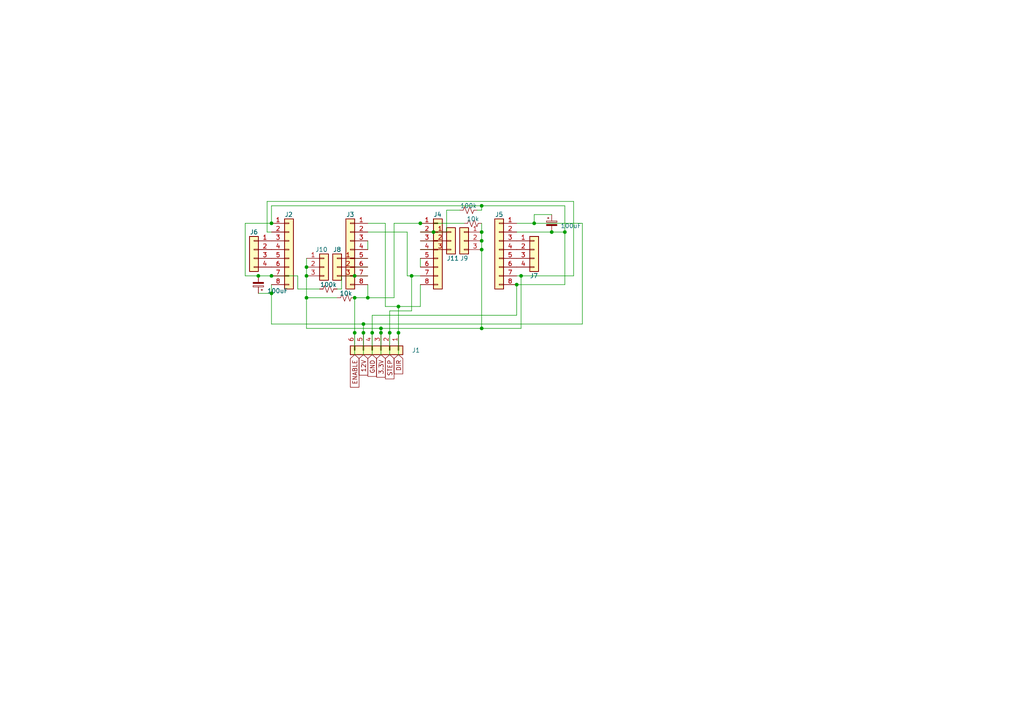
<source format=kicad_sch>
(kicad_sch (version 20211123) (generator eeschema)
  (paper "A4")
  (lib_symbols
    (symbol "Connector_Generic:Conn_01x03" (pin_names (offset 1.016) hide)
      (property "Reference" "J" (at 0 5.08 0))
      (property "Value" "Conn_01x03" (at 0 -5.08 0))
      (symbol "Conn_01x03_1_1"
        (rectangle (start -1.27 -2.413) (end 0 -2.667) (stroke (width 0.1524)))
        (rectangle (start -1.27 0.127) (end 0 -0.127) (stroke (width 0.1524)))
        (rectangle (start -1.27 2.667) (end 0 2.413) (stroke (width 0.1524)))
        (rectangle (start -1.27 3.81) (end 1.27 -3.81) (stroke (width 0.254)) (fill (type background)))
        (pin passive line (at -5.08 2.54 0) (length 3.81) (name "Pin_1") (number "1"))
        (pin passive line (at -5.08 0 0) (length 3.81) (name "Pin_2") (number "2"))
        (pin passive line (at -5.08 -2.54 0) (length 3.81) (name "Pin_3") (number "3"))
      )
    )
    (symbol "Connector_Generic:Conn_01x04" (pin_names (offset 1.016) hide)
      (property "Reference" "J" (at 0 5.08 0))
      (property "Value" "Conn_01x04" (at 0 -7.62 0))
      (symbol "Conn_01x04_1_1"
        (rectangle (start -1.27 -4.953) (end 0 -5.207) (stroke (width 0.1524)))
        (rectangle (start -1.27 -2.413) (end 0 -2.667) (stroke (width 0.1524)))
        (rectangle (start -1.27 0.127) (end 0 -0.127) (stroke (width 0.1524)))
        (rectangle (start -1.27 2.667) (end 0 2.413) (stroke (width 0.1524)))
        (rectangle (start -1.27 3.81) (end 1.27 -6.35) (stroke (width 0.254)) (fill (type background)))
        (pin passive line (at -5.08 2.54 0) (length 3.81) (name "Pin_1") (number "1"))
        (pin passive line (at -5.08 0 0) (length 3.81) (name "Pin_2") (number "2"))
        (pin passive line (at -5.08 -2.54 0) (length 3.81) (name "Pin_3") (number "3"))
        (pin passive line (at -5.08 -5.08 0) (length 3.81) (name "Pin_4") (number "4"))
      )
    )
    (symbol "Connector_Generic:Conn_01x06" (pin_names (offset 1.016) hide)
      (property "Reference" "J" (at 0 7.62 0))
      (property "Value" "Conn_01x06" (at 0 -10.16 0))
      (symbol "Conn_01x06_1_1"
        (rectangle (start -1.27 -7.493) (end 0 -7.747) (stroke (width 0.1524)))
        (rectangle (start -1.27 -4.953) (end 0 -5.207) (stroke (width 0.1524)))
        (rectangle (start -1.27 -2.413) (end 0 -2.667) (stroke (width 0.1524)))
        (rectangle (start -1.27 0.127) (end 0 -0.127) (stroke (width 0.1524)))
        (rectangle (start -1.27 2.667) (end 0 2.413) (stroke (width 0.1524)))
        (rectangle (start -1.27 5.207) (end 0 4.953) (stroke (width 0.1524)))
        (rectangle (start -1.27 6.35) (end 1.27 -8.89) (stroke (width 0.254)) (fill (type background)))
        (pin passive line (at -5.08 5.08 0) (length 3.81) (name "Pin_1") (number "1"))
        (pin passive line (at -5.08 2.54 0) (length 3.81) (name "Pin_2") (number "2"))
        (pin passive line (at -5.08 0 0) (length 3.81) (name "Pin_3") (number "3"))
        (pin passive line (at -5.08 -2.54 0) (length 3.81) (name "Pin_4") (number "4"))
        (pin passive line (at -5.08 -5.08 0) (length 3.81) (name "Pin_5") (number "5"))
        (pin passive line (at -5.08 -7.62 0) (length 3.81) (name "Pin_6") (number "6"))
      )
    )
    (symbol "Connector_Generic:Conn_01x08" (pin_names (offset 1.016) hide)
      (property "Reference" "J" (at 0 10.16 0))
      (property "Value" "Conn_01x08" (at 0 -12.7 0))
      (symbol "Conn_01x08_1_1"
        (rectangle (start -1.27 -10.033) (end 0 -10.287) (stroke (width 0.1524)))
        (rectangle (start -1.27 -7.493) (end 0 -7.747) (stroke (width 0.1524)))
        (rectangle (start -1.27 -4.953) (end 0 -5.207) (stroke (width 0.1524)))
        (rectangle (start -1.27 -2.413) (end 0 -2.667) (stroke (width 0.1524)))
        (rectangle (start -1.27 0.127) (end 0 -0.127) (stroke (width 0.1524)))
        (rectangle (start -1.27 2.667) (end 0 2.413) (stroke (width 0.1524)))
        (rectangle (start -1.27 5.207) (end 0 4.953) (stroke (width 0.1524)))
        (rectangle (start -1.27 7.747) (end 0 7.493) (stroke (width 0.1524)))
        (rectangle (start -1.27 8.89) (end 1.27 -11.43) (stroke (width 0.254)) (fill (type background)))
        (pin passive line (at -5.08 7.62 0) (length 3.81) (name "Pin_1") (number "1"))
        (pin passive line (at -5.08 5.08 0) (length 3.81) (name "Pin_2") (number "2"))
        (pin passive line (at -5.08 2.54 0) (length 3.81) (name "Pin_3") (number "3"))
        (pin passive line (at -5.08 0 0) (length 3.81) (name "Pin_4") (number "4"))
        (pin passive line (at -5.08 -2.54 0) (length 3.81) (name "Pin_5") (number "5"))
        (pin passive line (at -5.08 -5.08 0) (length 3.81) (name "Pin_6") (number "6"))
        (pin passive line (at -5.08 -7.62 0) (length 3.81) (name "Pin_7") (number "7"))
        (pin passive line (at -5.08 -10.16 0) (length 3.81) (name "Pin_8") (number "8"))
      )
    )
    (symbol "Device:C_Polarized_Small" (pin_numbers hide) (pin_names (offset 0.254) hide)
      (property "Reference" "C" (at 0.254 1.778 0))
      (property "Value" "C_Polarized_Small" (at 0.254 -2.032 0))
      (symbol "C_Polarized_Small_0_1"
        (rectangle (start -1.524 -0.3048) (end 1.524 -0.6858) (fill (type outline)))
        (rectangle (start -1.524 0.6858) (end 1.524 0.3048))
        (polyline (pts (xy -1.27 1.524) (xy -0.762 1.524)))
        (polyline (pts (xy -1.016 1.27) (xy -1.016 1.778)))
      )
      (symbol "C_Polarized_Small_1_1"
        (pin passive line (at 0 2.54 270) (length 1.8542) (name "~") (number "1"))
        (pin passive line (at 0 -2.54 90) (length 1.8542) (name "~") (number "2"))
      )
    )
    (symbol "Device:R_Small_US" (pin_numbers hide) (pin_names (offset 0.254) hide)
      (property "Reference" "R" (at 0.762 0.508 0))
      (property "Value" "R_Small_US" (at 0.762 -1.016 0))
      (symbol "R_Small_US_1_1"
        (polyline (pts (xy 0 0) (xy 1.016 -0.381) (xy 0 -0.762) (xy -1.016 -1.143) (xy 0 -1.524)))
        (polyline (pts (xy 0 1.524) (xy 1.016 1.143) (xy 0 0.762) (xy -1.016 0.381) (xy 0 0)))
        (pin passive line (at 0 2.54 270) (length 1.016) (name "~") (number "1"))
        (pin passive line (at 0 -2.54 90) (length 1.016) (name "~") (number "2"))
      )
    )
  )
  (junction (at 139.7 72.39))
  (junction (at 160.02 67.31))
  (junction (at 139.7 69.85))
  (junction (at 110.49 96.52))
  (junction (at 102.87 96.52))
  (junction (at 154.94 64.77))
  (junction (at 74.93 80.01))
  (junction (at 88.9 86.36))
  (junction (at 105.41 93.98))
  (junction (at 102.87 86.36))
  (junction (at 139.7 67.31))
  (junction (at 139.7 95.25))
  (junction (at 107.95 96.52))
  (junction (at 139.7 59.69))
  (junction (at 88.9 77.47))
  (junction (at 125.73 67.31))
  (junction (at 105.41 96.52))
  (junction (at 163.83 67.31))
  (junction (at 88.9 80.01))
  (junction (at 106.68 86.36))
  (junction (at 102.87 80.01))
  (junction (at 149.86 82.55))
  (junction (at 115.57 88.9))
  (junction (at 115.57 96.52))
  (junction (at 78.74 80.01))
  (junction (at 78.74 64.77))
  (junction (at 151.13 80.01))
  (junction (at 113.03 96.52))
  (junction (at 78.74 85.09))
  (junction (at 110.49 95.25))
  (junction (at 119.38 80.01))
  (junction (at 121.92 64.77))
  (wire (pts (xy 149.86 67.31) (xy 160.02 67.31)))
  (wire (pts (xy 78.74 93.98) (xy 105.41 93.98)))
  (wire (pts (xy 166.37 58.42) (xy 166.37 80.01)))
  (wire (pts (xy 149.86 64.77) (xy 154.94 64.77)))
  (wire (pts (xy 102.87 74.93) (xy 106.68 74.93)))
  (wire (pts (xy 97.79 83.82) (xy 99.06 83.82)))
  (wire (pts (xy 114.3 86.36) (xy 106.68 86.36)))
  (wire (pts (xy 163.83 82.55) (xy 149.86 82.55)))
  (wire (pts (xy 160.02 62.23) (xy 154.94 62.23)))
  (wire (pts (xy 110.49 96.52) (xy 110.49 102.87)))
  (wire (pts (xy 118.11 67.31) (xy 118.11 80.01)))
  (wire (pts (xy 105.41 93.98) (xy 168.91 93.98)))
  (wire (pts (xy 88.9 86.36) (xy 97.79 86.36)))
  (wire (pts (xy 102.87 96.52) (xy 102.87 102.87)))
  (wire (pts (xy 129.54 60.96) (xy 129.54 67.31)))
  (wire (pts (xy 114.3 64.77) (xy 114.3 86.36)))
  (wire (pts (xy 113.03 96.52) (xy 113.03 90.17)))
  (wire (pts (xy 163.83 59.69) (xy 163.83 67.31)))
  (wire (pts (xy 77.47 58.42) (xy 166.37 58.42)))
  (wire (pts (xy 78.74 85.09) (xy 78.74 93.98)))
  (wire (pts (xy 121.92 67.31) (xy 125.73 67.31)))
  (wire (pts (xy 119.38 90.17) (xy 119.38 80.01)))
  (wire (pts (xy 121.92 88.9) (xy 121.92 82.55)))
  (wire (pts (xy 139.7 69.85) (xy 139.7 72.39)))
  (wire (pts (xy 166.37 80.01) (xy 151.13 80.01)))
  (wire (pts (xy 78.74 80.01) (xy 74.93 80.01)))
  (wire (pts (xy 113.03 96.52) (xy 113.03 102.87)))
  (wire (pts (xy 88.9 80.01) (xy 88.9 86.36)))
  (wire (pts (xy 121.92 64.77) (xy 134.62 64.77)))
  (wire (pts (xy 78.74 82.55) (xy 78.74 85.09)))
  (wire (pts (xy 119.38 80.01) (xy 121.92 80.01)))
  (wire (pts (xy 163.83 67.31) (xy 163.83 82.55)))
  (wire (pts (xy 110.49 95.25) (xy 139.7 95.25)))
  (wire (pts (xy 160.02 67.31) (xy 163.83 67.31)))
  (wire (pts (xy 74.93 80.01) (xy 71.12 80.01)))
  (wire (pts (xy 106.68 69.85) (xy 106.68 72.39)))
  (wire (pts (xy 139.7 72.39) (xy 139.7 95.25)))
  (wire (pts (xy 121.92 72.39) (xy 125.73 72.39)))
  (wire (pts (xy 88.9 86.36) (xy 88.9 95.25)))
  (wire (pts (xy 106.68 64.77) (xy 111.76 64.77)))
  (wire (pts (xy 133.35 60.96) (xy 129.54 60.96)))
  (wire (pts (xy 121.92 69.85) (xy 125.73 69.85)))
  (wire (pts (xy 99.06 80.01) (xy 102.87 80.01)))
  (wire (pts (xy 138.43 60.96) (xy 139.7 60.96)))
  (wire (pts (xy 107.95 96.52) (xy 107.95 91.44)))
  (wire (pts (xy 88.9 74.93) (xy 88.9 77.47)))
  (wire (pts (xy 115.57 96.52) (xy 115.57 102.87)))
  (wire (pts (xy 86.36 80.01) (xy 78.74 80.01)))
  (wire (pts (xy 71.12 80.01) (xy 71.12 64.77)))
  (wire (pts (xy 107.95 96.52) (xy 107.95 102.87)))
  (wire (pts (xy 105.41 96.52) (xy 105.41 93.98)))
  (wire (pts (xy 111.76 88.9) (xy 115.57 88.9)))
  (wire (pts (xy 102.87 96.52) (xy 102.87 86.36)))
  (wire (pts (xy 149.86 91.44) (xy 149.86 82.55)))
  (wire (pts (xy 121.92 74.93) (xy 121.92 77.47)))
  (wire (pts (xy 154.94 64.77) (xy 168.91 64.77)))
  (wire (pts (xy 71.12 64.77) (xy 78.74 64.77)))
  (wire (pts (xy 102.87 77.47) (xy 106.68 77.47)))
  (wire (pts (xy 139.7 64.77) (xy 139.7 67.31)))
  (wire (pts (xy 121.92 64.77) (xy 114.3 64.77)))
  (wire (pts (xy 113.03 90.17) (xy 119.38 90.17)))
  (wire (pts (xy 106.68 82.55) (xy 106.68 86.36)))
  (wire (pts (xy 139.7 67.31) (xy 139.7 69.85)))
  (wire (pts (xy 78.74 64.77) (xy 78.74 59.69)))
  (wire (pts (xy 92.71 83.82) (xy 86.36 83.82)))
  (wire (pts (xy 151.13 80.01) (xy 149.86 80.01)))
  (wire (pts (xy 88.9 95.25) (xy 110.49 95.25)))
  (wire (pts (xy 168.91 93.98) (xy 168.91 64.77)))
  (wire (pts (xy 86.36 83.82) (xy 86.36 80.01)))
  (wire (pts (xy 78.74 67.31) (xy 77.47 67.31)))
  (wire (pts (xy 102.87 80.01) (xy 106.68 80.01)))
  (wire (pts (xy 77.47 67.31) (xy 77.47 58.42)))
  (wire (pts (xy 105.41 96.52) (xy 105.41 102.87)))
  (wire (pts (xy 102.87 86.36) (xy 106.68 86.36)))
  (wire (pts (xy 88.9 77.47) (xy 88.9 80.01)))
  (wire (pts (xy 110.49 96.52) (xy 110.49 95.25)))
  (wire (pts (xy 151.13 95.25) (xy 151.13 80.01)))
  (wire (pts (xy 139.7 59.69) (xy 163.83 59.69)))
  (wire (pts (xy 154.94 62.23) (xy 154.94 64.77)))
  (wire (pts (xy 118.11 80.01) (xy 119.38 80.01)))
  (wire (pts (xy 125.73 67.31) (xy 129.54 67.31)))
  (wire (pts (xy 139.7 95.25) (xy 151.13 95.25)))
  (wire (pts (xy 111.76 64.77) (xy 111.76 88.9)))
  (wire (pts (xy 74.93 85.09) (xy 78.74 85.09)))
  (wire (pts (xy 107.95 91.44) (xy 149.86 91.44)))
  (wire (pts (xy 115.57 96.52) (xy 115.57 88.9)))
  (wire (pts (xy 78.74 59.69) (xy 139.7 59.69)))
  (wire (pts (xy 115.57 88.9) (xy 121.92 88.9)))
  (wire (pts (xy 99.06 83.82) (xy 99.06 80.01)))
  (wire (pts (xy 106.68 67.31) (xy 118.11 67.31)))
  (wire (pts (xy 139.7 60.96) (xy 139.7 59.69)))
  (global_label "GND" (shape input) (at 107.95 102.87 270) (property "Intersheet References" "${INTERSHEET_REFS}" (effects hide)))
  (global_label "STEP" (shape input) (at 113.03 102.87 270) (property "Intersheet References" "${INTERSHEET_REFS}" (effects hide)))
  (global_label "ENABLE" (shape input) (at 102.87 102.87 270) (property "Intersheet References" "${INTERSHEET_REFS}" (effects hide)))
  (global_label "DIR" (shape input) (at 115.57 102.87 270) (property "Intersheet References" "${INTERSHEET_REFS}" (effects hide)))
  (global_label "12V" (shape input) (at 105.41 102.87 270) (property "Intersheet References" "${INTERSHEET_REFS}" (effects hide)))
  (global_label "3.3V" (shape input) (at 110.49 102.87 270) (property "Intersheet References" "${INTERSHEET_REFS}" (effects hide)))
  (symbol (lib_id "Device:R_Small_US") (at 100.33 86.36 270) (unit 1)
    (property "Reference" "R2" (effects hide))
    (property "Value" "10k" (at 100.33 85.09 90))
    (property "Footprint" "Resistor_THT:R_Axial_DIN0204_L3.6mm_D1.6mm_P7.62mm_Horizontal" (effects hide))
  )
  (symbol (lib_id "Device:R_Small_US") (at 95.25 83.82 270) (unit 1)
    (property "Reference" "R1" (effects hide))
    (property "Value" "100k" (at 95.25 82.55 90))
    (property "Footprint" "Resistor_THT:R_Axial_DIN0204_L3.6mm_D1.6mm_P7.62mm_Horizontal" (effects hide))
  )
  (symbol (lib_id "Connector_Generic:Conn_01x08") (at 101.6 72.39 0) (mirror y) (unit 1)
    (property "Reference" "J3" (at 101.6 62.23 0))
    (property "Value" "Conn_01x08" (effects hide))
    (property "Footprint" "Connector_PinSocket_2.54mm:PinSocket_1x08_P2.54mm_Vertical" (effects hide))
  )
  (symbol (lib_id "Connector_Generic:Conn_01x06") (at 110.49 101.6 270) (unit 1)
    (property "Reference" "J1" (at 120.65 101.6 90))
    (property "Value" "Conn_01x06" (effects hide))
    (property "Footprint" "Connector_PinSocket_2.54mm:PinSocket_1x06_P2.54mm_Vertical" (effects hide))
  )
  (symbol (lib_id "Connector_Generic:Conn_01x08") (at 144.78 72.39 0) (mirror y) (unit 1)
    (property "Reference" "J5" (at 144.78 62.23 0))
    (property "Value" "Conn_01x08" (effects hide))
    (property "Footprint" "Connector_PinSocket_2.54mm:PinSocket_1x08_P2.54mm_Vertical" (effects hide))
  )
  (symbol (lib_id "Connector_Generic:Conn_01x03") (at 130.81 69.85 0) (unit 1)
    (property "Reference" "J11" (at 129.54 74.93 0) (effects (justify left)))
    (property "Value" "Conn_01x03" (effects hide))
    (property "Footprint" "Connector_PinHeader_2.54mm:PinHeader_1x03_P2.54mm_Vertical" (effects hide))
  )
  (symbol (lib_id "Connector_Generic:Conn_01x08") (at 83.82 72.39 0) (unit 1)
    (property "Reference" "J2" (at 82.55 62.23 0) (effects (justify left)))
    (property "Value" "Conn_01x08" (effects hide))
    (property "Footprint" "Connector_PinSocket_2.54mm:PinSocket_1x08_P2.54mm_Vertical" (effects hide))
  )
  (symbol (lib_id "Connector_Generic:Conn_01x03") (at 134.62 69.85 0) (mirror y) (unit 1)
    (property "Reference" "J9" (at 134.62 74.93 0))
    (property "Value" "Conn_01x03" (effects hide))
    (property "Footprint" "Connector_PinHeader_2.54mm:PinHeader_1x03_P2.54mm_Vertical" (effects hide))
  )
  (symbol (lib_id "Connector_Generic:Conn_01x03") (at 97.79 77.47 0) (mirror y) (unit 1)
    (property "Reference" "J8" (at 97.79 72.39 0))
    (property "Value" "Conn_01x03" (effects hide))
    (property "Footprint" "Connector_PinHeader_2.54mm:PinHeader_1x03_P2.54mm_Vertical" (effects hide))
  )
  (symbol (lib_id "Connector_Generic:Conn_01x08") (at 127 72.39 0) (unit 1)
    (property "Reference" "J4" (at 125.73 62.23 0) (effects (justify left)))
    (property "Value" "Conn_01x08" (effects hide))
    (property "Footprint" "Connector_PinSocket_2.54mm:PinSocket_1x08_P2.54mm_Vertical" (effects hide))
  )
  (symbol (lib_id "Connector_Generic:Conn_01x04") (at 73.66 72.39 0) (mirror y) (unit 1)
    (property "Reference" "J6" (at 73.66 67.31 0))
    (property "Value" "Conn_01x04" (effects hide))
    (property "Footprint" "Connector_PinHeader_2.54mm:PinHeader_1x04_P2.54mm_Vertical" (effects hide))
  )
  (symbol (lib_id "Device:R_Small_US") (at 135.89 60.96 270) (unit 1)
    (property "Reference" "R3" (effects hide))
    (property "Value" "100k" (at 135.89 59.69 90))
    (property "Footprint" "Resistor_THT:R_Axial_DIN0204_L3.6mm_D1.6mm_P7.62mm_Horizontal" (effects hide))
  )
  (symbol (lib_id "Device:C_Polarized_Small") (at 160.02 64.77 0) (unit 1)
    (property "Reference" "C2" (effects hide))
    (property "Value" "100uF" (at 162.56 65.4938 0) (effects (justify left)))
    (property "Footprint" "Capacitor_THT:CP_Radial_D5.0mm_P2.50mm" (effects hide))
  )
  (symbol (lib_id "Device:R_Small_US") (at 137.16 64.77 270) (unit 1)
    (property "Reference" "R4" (effects hide))
    (property "Value" "10k" (at 137.16 63.5 90))
    (property "Footprint" "Resistor_THT:R_Axial_DIN0204_L3.6mm_D1.6mm_P7.62mm_Horizontal" (effects hide))
  )
  (symbol (lib_id "Connector_Generic:Conn_01x04") (at 154.94 72.39 0) (unit 1)
    (property "Reference" "J7" (at 153.67 80.01 0) (effects (justify left)))
    (property "Value" "Conn_01x04" (effects hide))
    (property "Footprint" "Connector_PinHeader_2.54mm:PinHeader_1x04_P2.54mm_Vertical" (effects hide))
  )
  (symbol (lib_id "Device:C_Polarized_Small") (at 74.93 82.55 180) (unit 1)
    (property "Reference" "C1" (effects hide))
    (property "Value" "100uF" (at 77.47 84.366 0) (effects (justify right)))
    (property "Footprint" "Capacitor_THT:CP_Radial_D5.0mm_P2.50mm" (effects hide))
  )
  (symbol (lib_id "Connector_Generic:Conn_01x03") (at 93.98 77.47 0) (unit 1)
    (property "Reference" "J10" (at 91.44 72.39 0) (effects (justify left)))
    (property "Value" "Conn_01x03" (effects hide))
    (property "Footprint" "Connector_PinHeader_2.54mm:PinHeader_1x03_P2.54mm_Vertical" (effects hide))
  )
)
</source>
